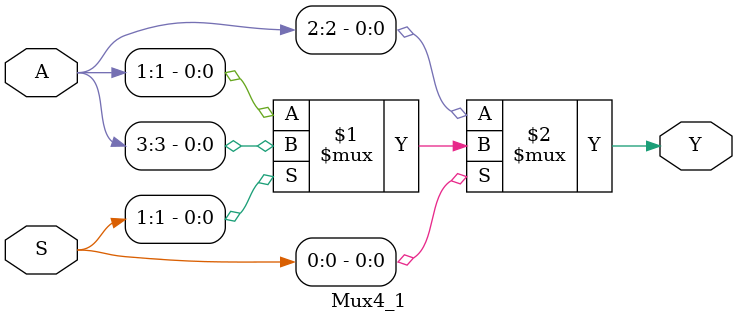
<source format=v>
`timescale 1ns / 1ps


module Mux4_1(Y,S,A);
input [3:0]A;
input [1:0]S;
output Y;
assign Y=S[0]?(S[1]?A[3]:A[1]):(S[1]:A[2]:A[0]);
endmodule

</source>
